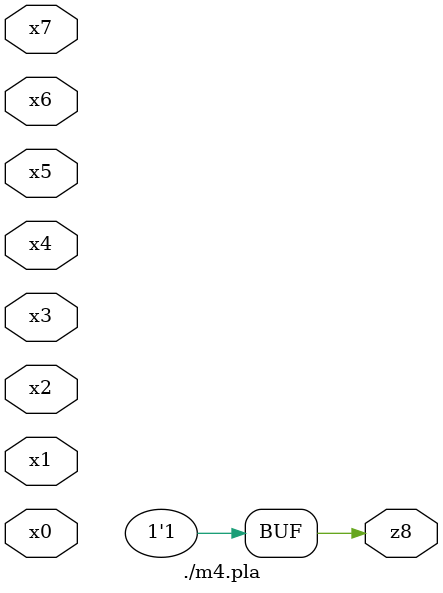
<source format=v>

module \./m4.pla  ( 
    x0, x1, x2, x3, x4, x5, x6, x7,
    z8  );
  input  x0, x1, x2, x3, x4, x5, x6, x7;
  output z8;
  assign z8 = 1'b1;
endmodule



</source>
